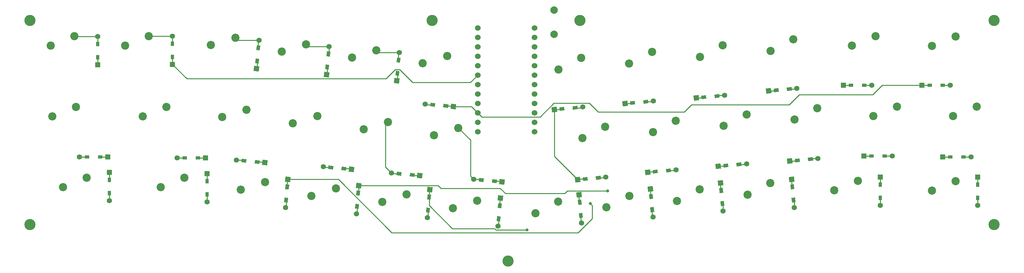
<source format=gtl>
%TF.GenerationSoftware,KiCad,Pcbnew,(5.1.6-0-10_14)*%
%TF.CreationDate,2020-08-12T22:04:00+09:00*%
%TF.ProjectId,cool836,636f6f6c-3833-4362-9e6b-696361645f70,rev?*%
%TF.SameCoordinates,Original*%
%TF.FileFunction,Copper,L1,Top*%
%TF.FilePolarity,Positive*%
%FSLAX46Y46*%
G04 Gerber Fmt 4.6, Leading zero omitted, Abs format (unit mm)*
G04 Created by KiCad (PCBNEW (5.1.6-0-10_14)) date 2020-08-12 22:04:00*
%MOMM*%
%LPD*%
G01*
G04 APERTURE LIST*
%TA.AperFunction,ComponentPad*%
%ADD10C,1.524000*%
%TD*%
%TA.AperFunction,WasherPad*%
%ADD11C,3.000000*%
%TD*%
%TA.AperFunction,ComponentPad*%
%ADD12C,2.200000*%
%TD*%
%TA.AperFunction,SMDPad,CuDef*%
%ADD13R,0.950000X1.300000*%
%TD*%
%TA.AperFunction,ComponentPad*%
%ADD14C,1.397000*%
%TD*%
%TA.AperFunction,ComponentPad*%
%ADD15R,1.397000X1.397000*%
%TD*%
%TA.AperFunction,SMDPad,CuDef*%
%ADD16C,0.100000*%
%TD*%
%TA.AperFunction,ComponentPad*%
%ADD17C,0.100000*%
%TD*%
%TA.AperFunction,SMDPad,CuDef*%
%ADD18R,1.300000X0.950000*%
%TD*%
%TA.AperFunction,ComponentPad*%
%ADD19C,2.000000*%
%TD*%
%TA.AperFunction,ViaPad*%
%ADD20C,0.800000*%
%TD*%
%TA.AperFunction,Conductor*%
%ADD21C,0.250000*%
%TD*%
G04 APERTURE END LIST*
D10*
%TO.P,U1,1*%
%TO.N,Net-(U1-Pad1)*%
X171288600Y97978000D03*
%TO.P,U1,2*%
%TO.N,Net-(U1-Pad2)*%
X171288600Y95438000D03*
%TO.P,U1,3*%
%TO.N,GND*%
X171288600Y92898000D03*
%TO.P,U1,4*%
X171288600Y90358000D03*
%TO.P,U1,5*%
%TO.N,col0*%
X171288600Y87818000D03*
%TO.P,U1,6*%
%TO.N,row1*%
X171288600Y85278000D03*
%TO.P,U1,7*%
%TO.N,Net-(U1-Pad7)*%
X171288600Y82738000D03*
%TO.P,U1,8*%
%TO.N,row3*%
X171288600Y80198000D03*
%TO.P,U1,9*%
%TO.N,row4*%
X171288600Y77658000D03*
%TO.P,U1,10*%
%TO.N,row5*%
X171288600Y75118000D03*
%TO.P,U1,11*%
%TO.N,col2*%
X171288600Y72578000D03*
%TO.P,U1,12*%
%TO.N,col1*%
X171288600Y70038000D03*
%TO.P,U1,13*%
%TO.N,col5*%
X186508600Y70038000D03*
%TO.P,U1,14*%
%TO.N,row2*%
X186508600Y72578000D03*
%TO.P,U1,15*%
%TO.N,Net-(U1-Pad15)*%
X186508600Y75118000D03*
%TO.P,U1,16*%
%TO.N,col4*%
X186508600Y77658000D03*
%TO.P,U1,17*%
%TO.N,Net-(U1-Pad17)*%
X186508600Y80198000D03*
%TO.P,U1,18*%
%TO.N,Net-(U1-Pad18)*%
X186508600Y82738000D03*
%TO.P,U1,19*%
%TO.N,row0*%
X186508600Y85278000D03*
%TO.P,U1,20*%
%TO.N,col3*%
X186508600Y87818000D03*
%TO.P,U1,21*%
%TO.N,VCC*%
X186508600Y90358000D03*
%TO.P,U1,22*%
%TO.N,reset*%
X186508600Y92898000D03*
%TO.P,U1,23*%
%TO.N,GND*%
X186508600Y95438000D03*
%TO.P,U1,24*%
%TO.N,Net-(U1-Pad24)*%
X186508600Y97978000D03*
%TD*%
D11*
%TO.P,REF\u002A\u002A,*%
%TO.N,*%
X179400000Y35250000D03*
%TD*%
%TO.P,REF\u002A\u002A,*%
%TO.N,*%
X51000000Y45000000D03*
%TD*%
%TO.P,REF\u002A\u002A,*%
%TO.N,*%
X51000000Y100000000D03*
%TD*%
%TO.P,REF\u002A\u002A,*%
%TO.N,*%
X159000000Y100000000D03*
%TD*%
%TO.P,REF\u002A\u002A,*%
%TO.N,*%
X198725000Y100000000D03*
%TD*%
%TO.P,REF\u002A\u002A,*%
%TO.N,*%
X310000000Y45000000D03*
%TD*%
%TO.P,REF\u002A\u002A,*%
%TO.N,*%
X310000000Y100000000D03*
%TD*%
D12*
%TO.P,SW1,1*%
%TO.N,col0*%
X56590000Y93240000D03*
%TO.P,SW1,2*%
%TO.N,Net-(D1-Pad2)*%
X62940000Y95780000D03*
%TD*%
%TO.P,SW7,2*%
%TO.N,Net-(D7-Pad2)*%
X63340000Y76680000D03*
%TO.P,SW7,1*%
%TO.N,col1*%
X56990000Y74140000D03*
%TD*%
D13*
%TO.P,D1,2*%
%TO.N,Net-(D1-Pad2)*%
X69200000Y93600000D03*
D14*
X69200000Y95635000D03*
D15*
%TO.P,D1,1*%
%TO.N,row0*%
X69200000Y88015000D03*
D13*
X69200000Y90050000D03*
%TD*%
%TO.P,D2,2*%
%TO.N,Net-(D2-Pad2)*%
X89275000Y93750000D03*
D14*
X89275000Y95785000D03*
D15*
%TO.P,D2,1*%
%TO.N,row1*%
X89275000Y88165000D03*
D13*
X89275000Y90200000D03*
%TD*%
%TA.AperFunction,SMDPad,CuDef*%
D16*
%TO.P,D3,2*%
%TO.N,Net-(D3-Pad2)*%
G36*
X112746242Y91904320D02*
G01*
X111799857Y91987118D01*
X111913160Y93282172D01*
X112859545Y93199374D01*
X112746242Y91904320D01*
G37*
%TD.AperFunction*%
D14*
X112507063Y94620502D03*
%TA.AperFunction,ComponentPad*%
D17*
%TO.P,D3,1*%
%TO.N,row2*%
G36*
X112477901Y86272778D02*
G01*
X111086217Y86394534D01*
X111207973Y87786218D01*
X112599657Y87664462D01*
X112477901Y86272778D01*
G37*
%TD.AperFunction*%
%TA.AperFunction,SMDPad,CuDef*%
D16*
G36*
X112436840Y88367828D02*
G01*
X111490455Y88450626D01*
X111603758Y89745680D01*
X112550143Y89662882D01*
X112436840Y88367828D01*
G37*
%TD.AperFunction*%
%TD*%
%TA.AperFunction,SMDPad,CuDef*%
%TO.P,D4,2*%
%TO.N,Net-(D4-Pad2)*%
G36*
X131571242Y90279320D02*
G01*
X130624857Y90362118D01*
X130738160Y91657172D01*
X131684545Y91574374D01*
X131571242Y90279320D01*
G37*
%TD.AperFunction*%
D14*
X131332063Y92995502D03*
%TA.AperFunction,ComponentPad*%
D17*
%TO.P,D4,1*%
%TO.N,row3*%
G36*
X131302901Y84647778D02*
G01*
X129911217Y84769534D01*
X130032973Y86161218D01*
X131424657Y86039462D01*
X131302901Y84647778D01*
G37*
%TD.AperFunction*%
%TA.AperFunction,SMDPad,CuDef*%
D16*
G36*
X131261840Y86742828D02*
G01*
X130315455Y86825626D01*
X130428758Y88120680D01*
X131375143Y88037882D01*
X131261840Y86742828D01*
G37*
%TD.AperFunction*%
%TD*%
%TA.AperFunction,SMDPad,CuDef*%
%TO.P,D5,2*%
%TO.N,Net-(D5-Pad2)*%
G36*
X150421242Y88629320D02*
G01*
X149474857Y88712118D01*
X149588160Y90007172D01*
X150534545Y89924374D01*
X150421242Y88629320D01*
G37*
%TD.AperFunction*%
D14*
X150182063Y91345502D03*
%TA.AperFunction,ComponentPad*%
D17*
%TO.P,D5,1*%
%TO.N,row4*%
G36*
X150152901Y82997778D02*
G01*
X148761217Y83119534D01*
X148882973Y84511218D01*
X150274657Y84389462D01*
X150152901Y82997778D01*
G37*
%TD.AperFunction*%
%TA.AperFunction,SMDPad,CuDef*%
D16*
G36*
X150111840Y85092828D02*
G01*
X149165455Y85175626D01*
X149278758Y86470680D01*
X150225143Y86387882D01*
X150111840Y85092828D01*
G37*
%TD.AperFunction*%
%TD*%
%TA.AperFunction,SMDPad,CuDef*%
%TO.P,D6,2*%
%TO.N,Net-(D6-Pad2)*%
G36*
X159870680Y77721242D02*
G01*
X159787882Y76774857D01*
X158492828Y76888160D01*
X158575626Y77834545D01*
X159870680Y77721242D01*
G37*
%TD.AperFunction*%
D14*
X157154498Y77482063D03*
%TA.AperFunction,ComponentPad*%
D17*
%TO.P,D6,1*%
%TO.N,row5*%
G36*
X165502222Y77452901D02*
G01*
X165380466Y76061217D01*
X163988782Y76182973D01*
X164110538Y77574657D01*
X165502222Y77452901D01*
G37*
%TD.AperFunction*%
%TA.AperFunction,SMDPad,CuDef*%
D16*
G36*
X163407172Y77411840D02*
G01*
X163324374Y76465455D01*
X162029320Y76578758D01*
X162112118Y77525143D01*
X163407172Y77411840D01*
G37*
%TD.AperFunction*%
%TD*%
D18*
%TO.P,D7,1*%
%TO.N,row0*%
X69875000Y63200000D03*
D15*
X71910000Y63200000D03*
D14*
%TO.P,D7,2*%
%TO.N,Net-(D7-Pad2)*%
X64290000Y63200000D03*
D18*
X66325000Y63200000D03*
%TD*%
%TO.P,D8,1*%
%TO.N,row1*%
X96150000Y63025000D03*
D15*
X98185000Y63025000D03*
D14*
%TO.P,D8,2*%
%TO.N,Net-(D8-Pad2)*%
X90565000Y63025000D03*
D18*
X92600000Y63025000D03*
%TD*%
%TA.AperFunction,SMDPad,CuDef*%
D16*
%TO.P,D9,1*%
%TO.N,row2*%
G36*
X112732172Y62311840D02*
G01*
X112649374Y61365455D01*
X111354320Y61478758D01*
X111437118Y62425143D01*
X112732172Y62311840D01*
G37*
%TD.AperFunction*%
%TA.AperFunction,ComponentPad*%
D17*
G36*
X114827222Y62352901D02*
G01*
X114705466Y60961217D01*
X113313782Y61082973D01*
X113435538Y62474657D01*
X114827222Y62352901D01*
G37*
%TD.AperFunction*%
D14*
%TO.P,D9,2*%
%TO.N,Net-(D9-Pad2)*%
X106479498Y62382063D03*
%TA.AperFunction,SMDPad,CuDef*%
D16*
G36*
X109195680Y62621242D02*
G01*
X109112882Y61674857D01*
X107817828Y61788160D01*
X107900626Y62734545D01*
X109195680Y62621242D01*
G37*
%TD.AperFunction*%
%TD*%
%TA.AperFunction,SMDPad,CuDef*%
%TO.P,D10,1*%
%TO.N,row3*%
G36*
X136032172Y60511840D02*
G01*
X135949374Y59565455D01*
X134654320Y59678758D01*
X134737118Y60625143D01*
X136032172Y60511840D01*
G37*
%TD.AperFunction*%
%TA.AperFunction,ComponentPad*%
D17*
G36*
X138127222Y60552901D02*
G01*
X138005466Y59161217D01*
X136613782Y59282973D01*
X136735538Y60674657D01*
X138127222Y60552901D01*
G37*
%TD.AperFunction*%
D14*
%TO.P,D10,2*%
%TO.N,Net-(D10-Pad2)*%
X129779498Y60582063D03*
%TA.AperFunction,SMDPad,CuDef*%
D16*
G36*
X132495680Y60821242D02*
G01*
X132412882Y59874857D01*
X131117828Y59988160D01*
X131200626Y60934545D01*
X132495680Y60821242D01*
G37*
%TD.AperFunction*%
%TD*%
%TA.AperFunction,SMDPad,CuDef*%
%TO.P,D11,1*%
%TO.N,row4*%
G36*
X154382172Y58836840D02*
G01*
X154299374Y57890455D01*
X153004320Y58003758D01*
X153087118Y58950143D01*
X154382172Y58836840D01*
G37*
%TD.AperFunction*%
%TA.AperFunction,ComponentPad*%
D17*
G36*
X156477222Y58877901D02*
G01*
X156355466Y57486217D01*
X154963782Y57607973D01*
X155085538Y58999657D01*
X156477222Y58877901D01*
G37*
%TD.AperFunction*%
D14*
%TO.P,D11,2*%
%TO.N,Net-(D11-Pad2)*%
X148129498Y58907063D03*
%TA.AperFunction,SMDPad,CuDef*%
D16*
G36*
X150845680Y59146242D02*
G01*
X150762882Y58199857D01*
X149467828Y58313160D01*
X149550626Y59259545D01*
X150845680Y59146242D01*
G37*
%TD.AperFunction*%
%TD*%
%TA.AperFunction,SMDPad,CuDef*%
%TO.P,D12,2*%
%TO.N,Net-(D12-Pad2)*%
G36*
X172920680Y57446242D02*
G01*
X172837882Y56499857D01*
X171542828Y56613160D01*
X171625626Y57559545D01*
X172920680Y57446242D01*
G37*
%TD.AperFunction*%
D14*
X170204498Y57207063D03*
%TA.AperFunction,ComponentPad*%
D17*
%TO.P,D12,1*%
%TO.N,row5*%
G36*
X178552222Y57177901D02*
G01*
X178430466Y55786217D01*
X177038782Y55907973D01*
X177160538Y57299657D01*
X178552222Y57177901D01*
G37*
%TD.AperFunction*%
%TA.AperFunction,SMDPad,CuDef*%
D16*
G36*
X176457172Y57136840D02*
G01*
X176374374Y56190455D01*
X175079320Y56303758D01*
X175162118Y57250143D01*
X176457172Y57136840D01*
G37*
%TD.AperFunction*%
%TD*%
D13*
%TO.P,D13,2*%
%TO.N,Net-(D13-Pad2)*%
X72325000Y53475000D03*
D14*
X72325000Y51440000D03*
D15*
%TO.P,D13,1*%
%TO.N,row0*%
X72325000Y59060000D03*
D13*
X72325000Y57025000D03*
%TD*%
%TO.P,D14,2*%
%TO.N,Net-(D14-Pad2)*%
X98575000Y53175000D03*
D14*
X98575000Y51140000D03*
D15*
%TO.P,D14,1*%
%TO.N,row1*%
X98575000Y58760000D03*
D13*
X98575000Y56725000D03*
%TD*%
%TA.AperFunction,SMDPad,CuDef*%
D16*
%TO.P,D15,2*%
%TO.N,Net-(D15-Pad2)*%
G36*
X119378758Y52320680D02*
G01*
X120325143Y52237882D01*
X120211840Y50942828D01*
X119265455Y51025626D01*
X119378758Y52320680D01*
G37*
%TD.AperFunction*%
D14*
X119617937Y49604498D03*
%TA.AperFunction,ComponentPad*%
D17*
%TO.P,D15,1*%
%TO.N,row2*%
G36*
X119647099Y57952222D02*
G01*
X121038783Y57830466D01*
X120917027Y56438782D01*
X119525343Y56560538D01*
X119647099Y57952222D01*
G37*
%TD.AperFunction*%
%TA.AperFunction,SMDPad,CuDef*%
D16*
G36*
X119688160Y55857172D02*
G01*
X120634545Y55774374D01*
X120521242Y54479320D01*
X119574857Y54562118D01*
X119688160Y55857172D01*
G37*
%TD.AperFunction*%
%TD*%
%TA.AperFunction,SMDPad,CuDef*%
%TO.P,D16,2*%
%TO.N,Net-(D16-Pad2)*%
G36*
X138428758Y50645680D02*
G01*
X139375143Y50562882D01*
X139261840Y49267828D01*
X138315455Y49350626D01*
X138428758Y50645680D01*
G37*
%TD.AperFunction*%
D14*
X138667937Y47929498D03*
%TA.AperFunction,ComponentPad*%
D17*
%TO.P,D16,1*%
%TO.N,row3*%
G36*
X138697099Y56277222D02*
G01*
X140088783Y56155466D01*
X139967027Y54763782D01*
X138575343Y54885538D01*
X138697099Y56277222D01*
G37*
%TD.AperFunction*%
%TA.AperFunction,SMDPad,CuDef*%
D16*
G36*
X138738160Y54182172D02*
G01*
X139684545Y54099374D01*
X139571242Y52804320D01*
X138624857Y52887118D01*
X138738160Y54182172D01*
G37*
%TD.AperFunction*%
%TD*%
%TA.AperFunction,SMDPad,CuDef*%
%TO.P,D17,2*%
%TO.N,Net-(D17-Pad2)*%
G36*
X157503758Y49595680D02*
G01*
X158450143Y49512882D01*
X158336840Y48217828D01*
X157390455Y48300626D01*
X157503758Y49595680D01*
G37*
%TD.AperFunction*%
D14*
X157742937Y46879498D03*
%TA.AperFunction,ComponentPad*%
D17*
%TO.P,D17,1*%
%TO.N,row4*%
G36*
X157772099Y55227222D02*
G01*
X159163783Y55105466D01*
X159042027Y53713782D01*
X157650343Y53835538D01*
X157772099Y55227222D01*
G37*
%TD.AperFunction*%
%TA.AperFunction,SMDPad,CuDef*%
D16*
G36*
X157813160Y53132172D02*
G01*
X158759545Y53049374D01*
X158646242Y51754320D01*
X157699857Y51837118D01*
X157813160Y53132172D01*
G37*
%TD.AperFunction*%
%TD*%
%TA.AperFunction,SMDPad,CuDef*%
%TO.P,D18,1*%
%TO.N,row5*%
G36*
X176788160Y50832172D02*
G01*
X177734545Y50749374D01*
X177621242Y49454320D01*
X176674857Y49537118D01*
X176788160Y50832172D01*
G37*
%TD.AperFunction*%
%TA.AperFunction,ComponentPad*%
D17*
G36*
X176747099Y52927222D02*
G01*
X178138783Y52805466D01*
X178017027Y51413782D01*
X176625343Y51535538D01*
X176747099Y52927222D01*
G37*
%TD.AperFunction*%
D14*
%TO.P,D18,2*%
%TO.N,Net-(D18-Pad2)*%
X176717937Y44579498D03*
%TA.AperFunction,SMDPad,CuDef*%
D16*
G36*
X176478758Y47295680D02*
G01*
X177425143Y47212882D01*
X177311840Y45917828D01*
X176365455Y46000626D01*
X176478758Y47295680D01*
G37*
%TD.AperFunction*%
%TD*%
%TA.AperFunction,SMDPad,CuDef*%
%TO.P,D19,1*%
%TO.N,row0*%
G36*
X193293872Y75645156D02*
G01*
X193211074Y76591541D01*
X194506128Y76704844D01*
X194588926Y75758459D01*
X193293872Y75645156D01*
G37*
%TD.AperFunction*%
%TA.AperFunction,ComponentPad*%
D17*
G36*
X191237780Y75240918D02*
G01*
X191116024Y76632602D01*
X192507708Y76754358D01*
X192629464Y75362674D01*
X191237780Y75240918D01*
G37*
%TD.AperFunction*%
D14*
%TO.P,D19,2*%
%TO.N,Net-(D19-Pad2)*%
X199463748Y76661764D03*
%TA.AperFunction,SMDPad,CuDef*%
D16*
G36*
X196830364Y75954558D02*
G01*
X196747566Y76900943D01*
X198042620Y77014246D01*
X198125418Y76067861D01*
X196830364Y75954558D01*
G37*
%TD.AperFunction*%
%TD*%
%TA.AperFunction,SMDPad,CuDef*%
%TO.P,D20,1*%
%TO.N,row1*%
G36*
X212275626Y77265455D02*
G01*
X212192828Y78211840D01*
X213487882Y78325143D01*
X213570680Y77378758D01*
X212275626Y77265455D01*
G37*
%TD.AperFunction*%
%TA.AperFunction,ComponentPad*%
D17*
G36*
X210219534Y76861217D02*
G01*
X210097778Y78252901D01*
X211489462Y78374657D01*
X211611218Y76982973D01*
X210219534Y76861217D01*
G37*
%TD.AperFunction*%
D14*
%TO.P,D20,2*%
%TO.N,Net-(D20-Pad2)*%
X218445502Y78282063D03*
%TA.AperFunction,SMDPad,CuDef*%
D16*
G36*
X215812118Y77574857D02*
G01*
X215729320Y78521242D01*
X217024374Y78634545D01*
X217107172Y77688160D01*
X215812118Y77574857D01*
G37*
%TD.AperFunction*%
%TD*%
%TA.AperFunction,SMDPad,CuDef*%
%TO.P,D21,1*%
%TO.N,row2*%
G36*
X231425626Y78790455D02*
G01*
X231342828Y79736840D01*
X232637882Y79850143D01*
X232720680Y78903758D01*
X231425626Y78790455D01*
G37*
%TD.AperFunction*%
%TA.AperFunction,ComponentPad*%
D17*
G36*
X229369534Y78386217D02*
G01*
X229247778Y79777901D01*
X230639462Y79899657D01*
X230761218Y78507973D01*
X229369534Y78386217D01*
G37*
%TD.AperFunction*%
D14*
%TO.P,D21,2*%
%TO.N,Net-(D21-Pad2)*%
X237595502Y79807063D03*
%TA.AperFunction,SMDPad,CuDef*%
D16*
G36*
X234962118Y79099857D02*
G01*
X234879320Y80046242D01*
X236174374Y80159545D01*
X236257172Y79213160D01*
X234962118Y79099857D01*
G37*
%TD.AperFunction*%
%TD*%
%TA.AperFunction,SMDPad,CuDef*%
%TO.P,D22,1*%
%TO.N,row3*%
G36*
X250850626Y80690455D02*
G01*
X250767828Y81636840D01*
X252062882Y81750143D01*
X252145680Y80803758D01*
X250850626Y80690455D01*
G37*
%TD.AperFunction*%
%TA.AperFunction,ComponentPad*%
D17*
G36*
X248794534Y80286217D02*
G01*
X248672778Y81677901D01*
X250064462Y81799657D01*
X250186218Y80407973D01*
X248794534Y80286217D01*
G37*
%TD.AperFunction*%
D14*
%TO.P,D22,2*%
%TO.N,Net-(D22-Pad2)*%
X257020502Y81707063D03*
%TA.AperFunction,SMDPad,CuDef*%
D16*
G36*
X254387118Y80999857D02*
G01*
X254304320Y81946242D01*
X255599374Y82059545D01*
X255682172Y81113160D01*
X254387118Y80999857D01*
G37*
%TD.AperFunction*%
%TD*%
D18*
%TO.P,D23,1*%
%TO.N,row4*%
X271525000Y82550000D03*
D15*
X269490000Y82550000D03*
D14*
%TO.P,D23,2*%
%TO.N,Net-(D23-Pad2)*%
X277110000Y82550000D03*
D18*
X275075000Y82550000D03*
%TD*%
%TO.P,D24,2*%
%TO.N,Net-(D24-Pad2)*%
X296225000Y82550000D03*
D14*
X298260000Y82550000D03*
D15*
%TO.P,D24,1*%
%TO.N,row5*%
X290640000Y82550000D03*
D18*
X292675000Y82550000D03*
%TD*%
%TA.AperFunction,SMDPad,CuDef*%
D16*
%TO.P,D25,2*%
%TO.N,Net-(D25-Pad2)*%
G36*
X203087118Y57099857D02*
G01*
X203004320Y58046242D01*
X204299374Y58159545D01*
X204382172Y57213160D01*
X203087118Y57099857D01*
G37*
%TD.AperFunction*%
D14*
X205720502Y57807063D03*
%TA.AperFunction,ComponentPad*%
D17*
%TO.P,D25,1*%
%TO.N,row0*%
G36*
X197494534Y56386217D02*
G01*
X197372778Y57777901D01*
X198764462Y57899657D01*
X198886218Y56507973D01*
X197494534Y56386217D01*
G37*
%TD.AperFunction*%
%TA.AperFunction,SMDPad,CuDef*%
D16*
G36*
X199550626Y56790455D02*
G01*
X199467828Y57736840D01*
X200762882Y57850143D01*
X200845680Y56903758D01*
X199550626Y56790455D01*
G37*
%TD.AperFunction*%
%TD*%
%TA.AperFunction,SMDPad,CuDef*%
%TO.P,D26,2*%
%TO.N,Net-(D26-Pad2)*%
G36*
X221905364Y59079558D02*
G01*
X221822566Y60025943D01*
X223117620Y60139246D01*
X223200418Y59192861D01*
X221905364Y59079558D01*
G37*
%TD.AperFunction*%
D14*
X224538748Y59786764D03*
%TA.AperFunction,ComponentPad*%
D17*
%TO.P,D26,1*%
%TO.N,row1*%
G36*
X216312780Y58365918D02*
G01*
X216191024Y59757602D01*
X217582708Y59879358D01*
X217704464Y58487674D01*
X216312780Y58365918D01*
G37*
%TD.AperFunction*%
%TA.AperFunction,SMDPad,CuDef*%
D16*
G36*
X218368872Y58770156D02*
G01*
X218286074Y59716541D01*
X219581128Y59829844D01*
X219663926Y58883459D01*
X218368872Y58770156D01*
G37*
%TD.AperFunction*%
%TD*%
%TA.AperFunction,SMDPad,CuDef*%
%TO.P,D27,2*%
%TO.N,Net-(D27-Pad2)*%
G36*
X240855364Y60704558D02*
G01*
X240772566Y61650943D01*
X242067620Y61764246D01*
X242150418Y60817861D01*
X240855364Y60704558D01*
G37*
%TD.AperFunction*%
D14*
X243488748Y61411764D03*
%TA.AperFunction,ComponentPad*%
D17*
%TO.P,D27,1*%
%TO.N,row2*%
G36*
X235262780Y59990918D02*
G01*
X235141024Y61382602D01*
X236532708Y61504358D01*
X236654464Y60112674D01*
X235262780Y59990918D01*
G37*
%TD.AperFunction*%
%TA.AperFunction,SMDPad,CuDef*%
D16*
G36*
X237318872Y60395156D02*
G01*
X237236074Y61341541D01*
X238531128Y61454844D01*
X238613926Y60508459D01*
X237318872Y60395156D01*
G37*
%TD.AperFunction*%
%TD*%
%TA.AperFunction,SMDPad,CuDef*%
%TO.P,D28,2*%
%TO.N,Net-(D28-Pad2)*%
G36*
X260062118Y62099857D02*
G01*
X259979320Y63046242D01*
X261274374Y63159545D01*
X261357172Y62213160D01*
X260062118Y62099857D01*
G37*
%TD.AperFunction*%
D14*
X262695502Y62807063D03*
%TA.AperFunction,ComponentPad*%
D17*
%TO.P,D28,1*%
%TO.N,row3*%
G36*
X254469534Y61386217D02*
G01*
X254347778Y62777901D01*
X255739462Y62899657D01*
X255861218Y61507973D01*
X254469534Y61386217D01*
G37*
%TD.AperFunction*%
%TA.AperFunction,SMDPad,CuDef*%
D16*
G36*
X256525626Y61790455D02*
G01*
X256442828Y62736840D01*
X257737882Y62850143D01*
X257820680Y61903758D01*
X256525626Y61790455D01*
G37*
%TD.AperFunction*%
%TD*%
D18*
%TO.P,D29,2*%
%TO.N,Net-(D29-Pad2)*%
X280625000Y63475000D03*
D14*
X282660000Y63475000D03*
D15*
%TO.P,D29,1*%
%TO.N,row4*%
X275040000Y63475000D03*
D18*
X277075000Y63475000D03*
%TD*%
%TO.P,D30,1*%
%TO.N,row5*%
X298250000Y63250000D03*
D15*
X296215000Y63250000D03*
D14*
%TO.P,D30,2*%
%TO.N,Net-(D30-Pad2)*%
X303835000Y63250000D03*
D18*
X301800000Y63250000D03*
%TD*%
%TA.AperFunction,SMDPad,CuDef*%
D16*
%TO.P,D31,1*%
%TO.N,row0*%
G36*
X198165455Y51624374D02*
G01*
X199111840Y51707172D01*
X199225143Y50412118D01*
X198278758Y50329320D01*
X198165455Y51624374D01*
G37*
%TD.AperFunction*%
%TA.AperFunction,ComponentPad*%
D17*
G36*
X197761217Y53680466D02*
G01*
X199152901Y53802222D01*
X199274657Y52410538D01*
X197882973Y52288782D01*
X197761217Y53680466D01*
G37*
%TD.AperFunction*%
D14*
%TO.P,D31,2*%
%TO.N,Net-(D31-Pad2)*%
X199182063Y45454498D03*
%TA.AperFunction,SMDPad,CuDef*%
D16*
G36*
X198474857Y48087882D02*
G01*
X199421242Y48170680D01*
X199534545Y46875626D01*
X198588160Y46792828D01*
X198474857Y48087882D01*
G37*
%TD.AperFunction*%
%TD*%
%TA.AperFunction,SMDPad,CuDef*%
%TO.P,D32,1*%
%TO.N,row1*%
G36*
X217320156Y53206128D02*
G01*
X218266541Y53288926D01*
X218379844Y51993872D01*
X217433459Y51911074D01*
X217320156Y53206128D01*
G37*
%TD.AperFunction*%
%TA.AperFunction,ComponentPad*%
D17*
G36*
X216915918Y55262220D02*
G01*
X218307602Y55383976D01*
X218429358Y53992292D01*
X217037674Y53870536D01*
X216915918Y55262220D01*
G37*
%TD.AperFunction*%
D14*
%TO.P,D32,2*%
%TO.N,Net-(D32-Pad2)*%
X218336764Y47036252D03*
%TA.AperFunction,SMDPad,CuDef*%
D16*
G36*
X217629558Y49669636D02*
G01*
X218575943Y49752434D01*
X218689246Y48457380D01*
X217742861Y48374582D01*
X217629558Y49669636D01*
G37*
%TD.AperFunction*%
%TD*%
%TA.AperFunction,SMDPad,CuDef*%
%TO.P,D33,1*%
%TO.N,row2*%
G36*
X236165455Y54824374D02*
G01*
X237111840Y54907172D01*
X237225143Y53612118D01*
X236278758Y53529320D01*
X236165455Y54824374D01*
G37*
%TD.AperFunction*%
%TA.AperFunction,ComponentPad*%
D17*
G36*
X235761217Y56880466D02*
G01*
X237152901Y57002222D01*
X237274657Y55610538D01*
X235882973Y55488782D01*
X235761217Y56880466D01*
G37*
%TD.AperFunction*%
D14*
%TO.P,D33,2*%
%TO.N,Net-(D33-Pad2)*%
X237182063Y48654498D03*
%TA.AperFunction,SMDPad,CuDef*%
D16*
G36*
X236474857Y51287882D02*
G01*
X237421242Y51370680D01*
X237534545Y50075626D01*
X236588160Y49992828D01*
X236474857Y51287882D01*
G37*
%TD.AperFunction*%
%TD*%
%TA.AperFunction,SMDPad,CuDef*%
%TO.P,D34,1*%
%TO.N,row3*%
G36*
X255265455Y55799374D02*
G01*
X256211840Y55882172D01*
X256325143Y54587118D01*
X255378758Y54504320D01*
X255265455Y55799374D01*
G37*
%TD.AperFunction*%
%TA.AperFunction,ComponentPad*%
D17*
G36*
X254861217Y57855466D02*
G01*
X256252901Y57977222D01*
X256374657Y56585538D01*
X254982973Y56463782D01*
X254861217Y57855466D01*
G37*
%TD.AperFunction*%
D14*
%TO.P,D34,2*%
%TO.N,Net-(D34-Pad2)*%
X256282063Y49629498D03*
%TA.AperFunction,SMDPad,CuDef*%
D16*
G36*
X255574857Y52262882D02*
G01*
X256521242Y52345680D01*
X256634545Y51050626D01*
X255688160Y50967828D01*
X255574857Y52262882D01*
G37*
%TD.AperFunction*%
%TD*%
D13*
%TO.P,D35,1*%
%TO.N,row4*%
X279450000Y55775000D03*
D15*
X279450000Y57810000D03*
D14*
%TO.P,D35,2*%
%TO.N,Net-(D35-Pad2)*%
X279450000Y50190000D03*
D13*
X279450000Y52225000D03*
%TD*%
%TO.P,D36,1*%
%TO.N,row5*%
X305575000Y55775000D03*
D15*
X305575000Y57810000D03*
D14*
%TO.P,D36,2*%
%TO.N,Net-(D36-Pad2)*%
X305575000Y50190000D03*
D13*
X305575000Y52225000D03*
%TD*%
D12*
%TO.P,SW2,1*%
%TO.N,col0*%
X76590000Y93240000D03*
%TO.P,SW2,2*%
%TO.N,Net-(D2-Pad2)*%
X82940000Y95780000D03*
%TD*%
%TO.P,SW3,1*%
%TO.N,col0*%
X99625874Y93362398D03*
%TO.P,SW3,2*%
%TO.N,Net-(D3-Pad2)*%
X106173086Y95339293D03*
%TD*%
%TO.P,SW4,1*%
%TO.N,col0*%
X118625874Y91562398D03*
%TO.P,SW4,2*%
%TO.N,Net-(D4-Pad2)*%
X125173086Y93539293D03*
%TD*%
%TO.P,SW5,1*%
%TO.N,col0*%
X137525874Y89962398D03*
%TO.P,SW5,2*%
%TO.N,Net-(D5-Pad2)*%
X144073086Y91939293D03*
%TD*%
%TO.P,SW6,1*%
%TO.N,col0*%
X156525874Y88462398D03*
%TO.P,SW6,2*%
%TO.N,Net-(D6-Pad2)*%
X163073086Y90439293D03*
%TD*%
%TO.P,SW8,2*%
%TO.N,Net-(D8-Pad2)*%
X87640000Y76680000D03*
%TO.P,SW8,1*%
%TO.N,col1*%
X81290000Y74140000D03*
%TD*%
%TO.P,SW9,2*%
%TO.N,Net-(D9-Pad2)*%
X109173086Y75939293D03*
%TO.P,SW9,1*%
%TO.N,col1*%
X102625874Y73962398D03*
%TD*%
%TO.P,SW10,2*%
%TO.N,Net-(D10-Pad2)*%
X128173086Y74239293D03*
%TO.P,SW10,1*%
%TO.N,col1*%
X121625874Y72262398D03*
%TD*%
%TO.P,SW11,2*%
%TO.N,Net-(D11-Pad2)*%
X147173086Y72639293D03*
%TO.P,SW11,1*%
%TO.N,col1*%
X140625874Y70662398D03*
%TD*%
%TO.P,SW12,2*%
%TO.N,Net-(D12-Pad2)*%
X166073086Y71039293D03*
%TO.P,SW12,1*%
%TO.N,col1*%
X159525874Y69062398D03*
%TD*%
%TO.P,SW13,1*%
%TO.N,col2*%
X59890000Y55140000D03*
%TO.P,SW13,2*%
%TO.N,Net-(D13-Pad2)*%
X66240000Y57680000D03*
%TD*%
%TO.P,SW14,1*%
%TO.N,col2*%
X86090000Y55140000D03*
%TO.P,SW14,2*%
%TO.N,Net-(D14-Pad2)*%
X92440000Y57680000D03*
%TD*%
%TO.P,SW15,1*%
%TO.N,col2*%
X107625874Y54462398D03*
%TO.P,SW15,2*%
%TO.N,Net-(D15-Pad2)*%
X114173086Y56439293D03*
%TD*%
%TO.P,SW16,1*%
%TO.N,col2*%
X126625874Y52762398D03*
%TO.P,SW16,2*%
%TO.N,Net-(D16-Pad2)*%
X133173086Y54739293D03*
%TD*%
%TO.P,SW17,1*%
%TO.N,col2*%
X145625874Y51162398D03*
%TO.P,SW17,2*%
%TO.N,Net-(D17-Pad2)*%
X152173086Y53139293D03*
%TD*%
%TO.P,SW18,1*%
%TO.N,col2*%
X164625874Y49462398D03*
%TO.P,SW18,2*%
%TO.N,Net-(D18-Pad2)*%
X171173086Y51439293D03*
%TD*%
%TO.P,SW19,2*%
%TO.N,Net-(D19-Pad2)*%
X199087583Y89882045D03*
%TO.P,SW19,1*%
%TO.N,col3*%
X192983123Y86798271D03*
%TD*%
%TO.P,SW20,2*%
%TO.N,Net-(D20-Pad2)*%
X218087583Y91482045D03*
%TO.P,SW20,1*%
%TO.N,col3*%
X211983123Y88398271D03*
%TD*%
%TO.P,SW21,2*%
%TO.N,Net-(D21-Pad2)*%
X237087583Y93282045D03*
%TO.P,SW21,1*%
%TO.N,col3*%
X230983123Y90198271D03*
%TD*%
%TO.P,SW22,2*%
%TO.N,Net-(D22-Pad2)*%
X256087583Y94882045D03*
%TO.P,SW22,1*%
%TO.N,col3*%
X249983123Y91798271D03*
%TD*%
%TO.P,SW23,2*%
%TO.N,Net-(D23-Pad2)*%
X278140000Y95780000D03*
%TO.P,SW23,1*%
%TO.N,col3*%
X271790000Y93240000D03*
%TD*%
%TO.P,SW24,2*%
%TO.N,Net-(D24-Pad2)*%
X299640000Y95680000D03*
%TO.P,SW24,1*%
%TO.N,col3*%
X293290000Y93140000D03*
%TD*%
%TO.P,SW25,1*%
%TO.N,col4*%
X199383123Y68298271D03*
%TO.P,SW25,2*%
%TO.N,Net-(D25-Pad2)*%
X205487583Y71382045D03*
%TD*%
%TO.P,SW26,1*%
%TO.N,col4*%
X218383123Y69898271D03*
%TO.P,SW26,2*%
%TO.N,Net-(D26-Pad2)*%
X224487583Y72982045D03*
%TD*%
%TO.P,SW27,1*%
%TO.N,col4*%
X237383123Y71598271D03*
%TO.P,SW27,2*%
%TO.N,Net-(D27-Pad2)*%
X243487583Y74682045D03*
%TD*%
%TO.P,SW28,1*%
%TO.N,col4*%
X256383123Y73298271D03*
%TO.P,SW28,2*%
%TO.N,Net-(D28-Pad2)*%
X262487583Y76382045D03*
%TD*%
%TO.P,SW29,1*%
%TO.N,col4*%
X277590000Y74240000D03*
%TO.P,SW29,2*%
%TO.N,Net-(D29-Pad2)*%
X283940000Y76780000D03*
%TD*%
%TO.P,SW30,1*%
%TO.N,col4*%
X298990000Y74240000D03*
%TO.P,SW30,2*%
%TO.N,Net-(D30-Pad2)*%
X305340000Y76780000D03*
%TD*%
%TO.P,SW31,2*%
%TO.N,Net-(D31-Pad2)*%
X192887583Y51182045D03*
%TO.P,SW31,1*%
%TO.N,col5*%
X186783123Y48098271D03*
%TD*%
%TO.P,SW32,2*%
%TO.N,Net-(D32-Pad2)*%
X211987583Y52782045D03*
%TO.P,SW32,1*%
%TO.N,col5*%
X205883123Y49698271D03*
%TD*%
%TO.P,SW33,2*%
%TO.N,Net-(D33-Pad2)*%
X230887583Y54482045D03*
%TO.P,SW33,1*%
%TO.N,col5*%
X224783123Y51398271D03*
%TD*%
%TO.P,SW34,2*%
%TO.N,Net-(D34-Pad2)*%
X249887583Y56182045D03*
%TO.P,SW34,1*%
%TO.N,col5*%
X243783123Y53098271D03*
%TD*%
%TO.P,SW35,2*%
%TO.N,Net-(D35-Pad2)*%
X273440000Y56780000D03*
%TO.P,SW35,1*%
%TO.N,col5*%
X267090000Y54240000D03*
%TD*%
%TO.P,SW36,2*%
%TO.N,Net-(D36-Pad2)*%
X299640000Y56680000D03*
%TO.P,SW36,1*%
%TO.N,col5*%
X293290000Y54140000D03*
%TD*%
D19*
%TO.P,SW37,1*%
%TO.N,reset*%
X191825000Y96275000D03*
%TO.P,SW37,2*%
%TO.N,GND*%
X191825000Y102775000D03*
%TD*%
D20*
%TO.N,row2*%
X201500000Y50700000D03*
%TO.N,row3*%
X206227232Y54127232D03*
%TO.N,row4*%
X184500000Y43575000D03*
%TD*%
D21*
%TO.N,Net-(D1-Pad2)*%
X69200000Y95635000D02*
X69200000Y93600000D01*
X63085000Y95635000D02*
X62940000Y95780000D01*
X69200000Y95635000D02*
X63085000Y95635000D01*
%TO.N,row0*%
X69200000Y90050000D02*
X69200000Y88015000D01*
X72325000Y57025000D02*
X72325000Y59060000D01*
X69875000Y63200000D02*
X71910000Y63200000D01*
X198306860Y57320299D02*
X198129498Y57142937D01*
X200156754Y57320299D02*
X198306860Y57320299D01*
X193722638Y75997638D02*
X193900000Y76175000D01*
X191872744Y75997638D02*
X193722638Y75997638D01*
%TO.N,Net-(D2-Pad2)*%
X82945000Y95785000D02*
X82940000Y95780000D01*
X89275000Y95785000D02*
X82945000Y95785000D01*
X89275000Y95785000D02*
X89275000Y93750000D01*
%TO.N,row0*%
X191872744Y63399691D02*
X198129498Y57142937D01*
X191872744Y75997638D02*
X191872744Y63399691D01*
X198517937Y51195608D02*
X198695299Y51018246D01*
X198517937Y53045502D02*
X198517937Y51195608D01*
%TO.N,row1*%
X89275000Y90200000D02*
X89275000Y88165000D01*
X98185000Y63025000D02*
X96150000Y63025000D01*
X98575000Y58760000D02*
X98575000Y56725000D01*
X217125106Y59300000D02*
X216947744Y59122638D01*
X218975000Y59300000D02*
X217125106Y59300000D01*
X217672638Y52777362D02*
X217850000Y52600000D01*
X217672638Y54627256D02*
X217672638Y52777362D01*
X212704392Y77617937D02*
X212881754Y77795299D01*
X210854498Y77617937D02*
X212704392Y77617937D01*
X93117232Y84322768D02*
X89275000Y88165000D01*
X146671211Y84322768D02*
X93117232Y84322768D01*
X149144133Y86795690D02*
X146671211Y84322768D01*
X169285599Y83274999D02*
X153797662Y83274999D01*
X150276971Y86795690D02*
X149144133Y86795690D01*
X153797662Y83274999D02*
X150276971Y86795690D01*
X171288600Y85278000D02*
X169285599Y83274999D01*
%TO.N,Net-(D3-Pad2)*%
X112329701Y94443140D02*
X112507063Y94620502D01*
X112329701Y92593246D02*
X112329701Y94443140D01*
X106891877Y94620502D02*
X106173086Y95339293D01*
X112507063Y94620502D02*
X106891877Y94620502D01*
%TO.N,row2*%
X202050001Y50149999D02*
X201500000Y50700000D01*
X120282063Y57195502D02*
X133856837Y57195502D01*
X148202340Y42849999D02*
X198223001Y42849999D01*
X133856837Y57195502D02*
X148202340Y42849999D01*
X112020299Y87206860D02*
X111842937Y87029498D01*
X112020299Y89056754D02*
X112020299Y87206860D01*
X120104701Y57018140D02*
X120282063Y57195502D01*
X120104701Y55168246D02*
X120104701Y57018140D01*
X113893140Y61895299D02*
X114070502Y61717937D01*
X112043246Y61895299D02*
X113893140Y61895299D01*
X237747638Y60747638D02*
X237925000Y60925000D01*
X235897744Y60747638D02*
X237747638Y60747638D01*
X236517937Y54395608D02*
X236695299Y54218246D01*
X236517937Y56245502D02*
X236517937Y54395608D01*
X231854392Y79142937D02*
X232031754Y79320299D01*
X230004498Y79142937D02*
X231854392Y79142937D01*
X198223001Y42849999D02*
X202050001Y46676999D01*
X202050001Y46676999D02*
X202050001Y50149999D01*
%TO.N,Net-(D4-Pad2)*%
X125716877Y92995502D02*
X125173086Y93539293D01*
X131332063Y92995502D02*
X125716877Y92995502D01*
X131332063Y91145608D02*
X131154701Y90968246D01*
X131332063Y92995502D02*
X131332063Y91145608D01*
%TO.N,row3*%
X130845299Y85581860D02*
X130667937Y85404498D01*
X130845299Y87431754D02*
X130845299Y85581860D01*
X137193140Y60095299D02*
X137370502Y59917937D01*
X135343246Y60095299D02*
X137193140Y60095299D01*
X139332063Y53670608D02*
X139154701Y53493246D01*
X139332063Y55520502D02*
X139332063Y53670608D01*
X255617937Y55370608D02*
X255795299Y55193246D01*
X255617937Y57220502D02*
X255617937Y55370608D01*
X256954392Y62142937D02*
X257131754Y62320299D01*
X255104498Y62142937D02*
X256954392Y62142937D01*
X251279392Y81042937D02*
X251456754Y81220299D01*
X249429498Y81042937D02*
X251279392Y81042937D01*
X139363793Y55552232D02*
X160622768Y55552232D01*
X177345493Y54790489D02*
X178730491Y53405491D01*
X161384511Y54790489D02*
X177345493Y54790489D01*
X160622768Y55552232D02*
X161384511Y54790489D01*
X139332063Y55520502D02*
X139363793Y55552232D01*
X192969509Y53405491D02*
X194630491Y53405491D01*
X178730491Y53405491D02*
X192969509Y53405491D01*
X192969509Y53405491D02*
X193319509Y53405491D01*
X195352232Y54127232D02*
X206227232Y54127232D01*
X194630491Y53405491D02*
X195352232Y54127232D01*
%TO.N,Net-(D5-Pad2)*%
X150004701Y91168140D02*
X150182063Y91345502D01*
X150004701Y89318246D02*
X150004701Y91168140D01*
X144666877Y91345502D02*
X144073086Y91939293D01*
X150182063Y91345502D02*
X144666877Y91345502D01*
%TO.N,row4*%
X149695299Y83931860D02*
X149517937Y83754498D01*
X149695299Y85781754D02*
X149695299Y83931860D01*
X153870608Y58242937D02*
X153693246Y58420299D01*
X155720502Y58242937D02*
X153870608Y58242937D01*
X158229701Y54293140D02*
X158407063Y54470502D01*
X158229701Y52443246D02*
X158229701Y54293140D01*
X275040000Y63475000D02*
X277075000Y63475000D01*
X269490000Y82550000D02*
X271525000Y82550000D01*
X279450000Y57810000D02*
X279450000Y55775000D01*
X176226656Y43555997D02*
X184480997Y43555997D01*
X184480997Y43555997D02*
X184500000Y43575000D01*
X175807653Y43975000D02*
X176226656Y43555997D01*
X164468080Y43975000D02*
X175807653Y43975000D01*
X158229701Y50213379D02*
X164468080Y43975000D01*
X158229701Y52443246D02*
X158229701Y50213379D01*
%TO.N,Net-(D6-Pad2)*%
X157331860Y77304701D02*
X157154498Y77482063D01*
X159181754Y77304701D02*
X157331860Y77304701D01*
%TO.N,row5*%
X164568140Y76995299D02*
X164745502Y76817937D01*
X162718246Y76995299D02*
X164568140Y76995299D01*
X177618140Y56720299D02*
X177795502Y56542937D01*
X175768246Y56720299D02*
X177618140Y56720299D01*
X177204701Y51993140D02*
X177382063Y52170502D01*
X177204701Y50143246D02*
X177204701Y51993140D01*
X290640000Y82550000D02*
X292675000Y82550000D01*
X296215000Y63250000D02*
X298250000Y63250000D01*
X305575000Y57810000D02*
X305575000Y55775000D01*
X169588663Y76817937D02*
X171288600Y75118000D01*
X164745502Y76817937D02*
X169588663Y76817937D01*
X279900000Y82550000D02*
X290640000Y82550000D01*
X257650000Y80000000D02*
X277350000Y80000000D01*
X191709053Y77685265D02*
X201293365Y77685265D01*
X228750000Y77300000D02*
X254950000Y77300000D01*
X201293365Y77685265D02*
X203653630Y75325000D01*
X254950000Y77300000D02*
X257650000Y80000000D01*
X172375601Y74030999D02*
X188054787Y74030999D01*
X203653630Y75325000D02*
X226775000Y75325000D01*
X277350000Y80000000D02*
X279900000Y82550000D01*
X188054787Y74030999D02*
X191709053Y77685265D01*
X226775000Y75325000D02*
X228750000Y77300000D01*
X171288600Y75118000D02*
X172375601Y74030999D01*
%TO.N,Net-(D7-Pad2)*%
X66325000Y63200000D02*
X64290000Y63200000D01*
%TO.N,Net-(D8-Pad2)*%
X92600000Y63025000D02*
X90565000Y63025000D01*
%TO.N,Net-(D9-Pad2)*%
X108329392Y62382063D02*
X108506754Y62204701D01*
X106479498Y62382063D02*
X108329392Y62382063D01*
%TO.N,Net-(D10-Pad2)*%
X129956860Y60404701D02*
X129779498Y60582063D01*
X131806754Y60404701D02*
X129956860Y60404701D01*
%TO.N,Net-(D11-Pad2)*%
X148306860Y58729701D02*
X148129498Y58907063D01*
X150156754Y58729701D02*
X148306860Y58729701D01*
X146525001Y71991208D02*
X147173086Y72639293D01*
X146525001Y60511560D02*
X146525001Y71991208D01*
X148129498Y58907063D02*
X146525001Y60511560D01*
%TO.N,Net-(D12-Pad2)*%
X172054392Y57207063D02*
X172231754Y57029701D01*
X170204498Y57207063D02*
X172054392Y57207063D01*
X169335670Y67776709D02*
X166073086Y71039293D01*
X169335670Y58075891D02*
X169335670Y67776709D01*
X170204498Y57207063D02*
X169335670Y58075891D01*
%TO.N,Net-(D13-Pad2)*%
X72325000Y53475000D02*
X72325000Y51440000D01*
%TO.N,Net-(D14-Pad2)*%
X98575000Y53175000D02*
X98575000Y51140000D01*
%TO.N,Net-(D15-Pad2)*%
X119795299Y49781860D02*
X119617937Y49604498D01*
X119795299Y51631754D02*
X119795299Y49781860D01*
%TO.N,Net-(D16-Pad2)*%
X138845299Y48106860D02*
X138667937Y47929498D01*
X138845299Y49956754D02*
X138845299Y48106860D01*
%TO.N,Net-(D17-Pad2)*%
X157920299Y47056860D02*
X157742937Y46879498D01*
X157920299Y48906754D02*
X157920299Y47056860D01*
%TO.N,Net-(D18-Pad2)*%
X176895299Y44756860D02*
X176717937Y44579498D01*
X176895299Y46606754D02*
X176895299Y44756860D01*
%TO.N,Net-(D19-Pad2)*%
X199286386Y76484402D02*
X199463748Y76661764D01*
X197436492Y76484402D02*
X199286386Y76484402D01*
%TO.N,Net-(D20-Pad2)*%
X218268140Y78104701D02*
X218445502Y78282063D01*
X216418246Y78104701D02*
X218268140Y78104701D01*
%TO.N,Net-(D21-Pad2)*%
X235745608Y79807063D02*
X235568246Y79629701D01*
X237595502Y79807063D02*
X235745608Y79807063D01*
%TO.N,Net-(D22-Pad2)*%
X256843140Y81529701D02*
X257020502Y81707063D01*
X254993246Y81529701D02*
X256843140Y81529701D01*
%TO.N,Net-(D23-Pad2)*%
X275075000Y82550000D02*
X277110000Y82550000D01*
%TO.N,Net-(D24-Pad2)*%
X296225000Y82550000D02*
X298260000Y82550000D01*
%TO.N,Net-(D25-Pad2)*%
X205543140Y57629701D02*
X205720502Y57807063D01*
X203693246Y57629701D02*
X205543140Y57629701D01*
%TO.N,Net-(D26-Pad2)*%
X224361386Y59609402D02*
X224538748Y59786764D01*
X222511492Y59609402D02*
X224361386Y59609402D01*
%TO.N,Net-(D27-Pad2)*%
X243311386Y61234402D02*
X243488748Y61411764D01*
X241461492Y61234402D02*
X243311386Y61234402D01*
%TO.N,Net-(D28-Pad2)*%
X260845608Y62807063D02*
X260668246Y62629701D01*
X262695502Y62807063D02*
X260845608Y62807063D01*
%TO.N,Net-(D29-Pad2)*%
X280625000Y63475000D02*
X282660000Y63475000D01*
%TO.N,Net-(D30-Pad2)*%
X303835000Y63250000D02*
X301800000Y63250000D01*
%TO.N,Net-(D31-Pad2)*%
X199004701Y45631860D02*
X199182063Y45454498D01*
X199004701Y47481754D02*
X199004701Y45631860D01*
%TO.N,Net-(D32-Pad2)*%
X218159402Y47213614D02*
X218336764Y47036252D01*
X218159402Y49063508D02*
X218159402Y47213614D01*
%TO.N,Net-(D33-Pad2)*%
X237182063Y50504392D02*
X237004701Y50681754D01*
X237182063Y48654498D02*
X237182063Y50504392D01*
%TO.N,Net-(D34-Pad2)*%
X256282063Y51479392D02*
X256104701Y51656754D01*
X256282063Y49629498D02*
X256282063Y51479392D01*
%TO.N,Net-(D35-Pad2)*%
X279450000Y50190000D02*
X279450000Y52225000D01*
%TO.N,Net-(D36-Pad2)*%
X305575000Y50190000D02*
X305575000Y52225000D01*
%TD*%
M02*

</source>
